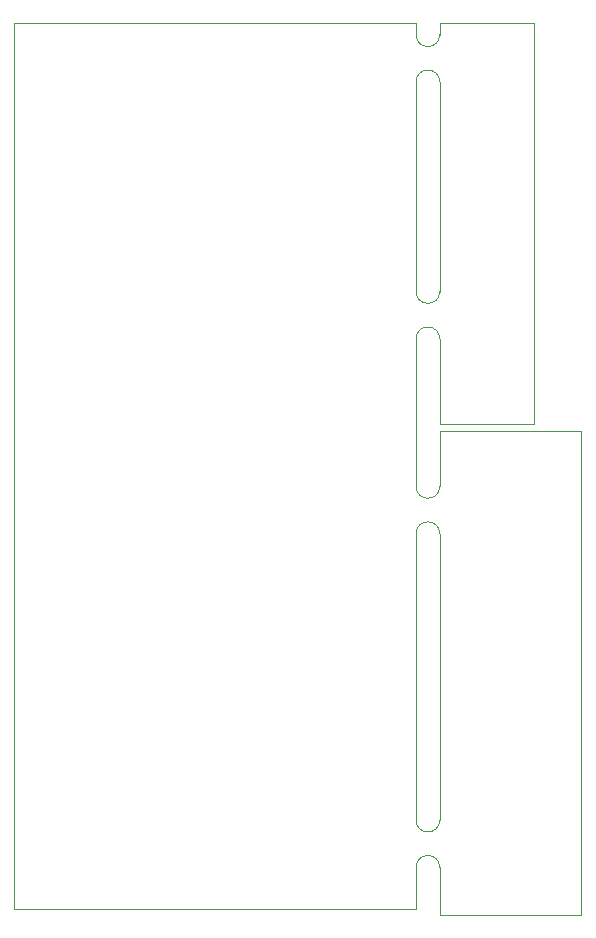
<source format=gbr>
%TF.GenerationSoftware,KiCad,Pcbnew,9.0.4*%
%TF.CreationDate,2025-12-16T11:42:33-05:00*%
%TF.ProjectId,TARS,54415253-2e6b-4696-9361-645f70636258,rev?*%
%TF.SameCoordinates,Original*%
%TF.FileFunction,Profile,NP*%
%FSLAX46Y46*%
G04 Gerber Fmt 4.6, Leading zero omitted, Abs format (unit mm)*
G04 Created by KiCad (PCBNEW 9.0.4) date 2025-12-16 11:42:33*
%MOMM*%
%LPD*%
G01*
G04 APERTURE LIST*
%TA.AperFunction,Profile*%
%ADD10C,0.050000*%
%TD*%
G04 APERTURE END LIST*
D10*
X163750000Y-80750000D02*
X163750000Y-81750000D01*
X163750000Y-91750000D02*
X163750000Y-85750000D01*
X165750000Y-144926000D02*
X165750000Y-148250000D01*
X129750000Y-80750000D02*
X129750000Y-155750000D01*
X165750000Y-144926000D02*
X165750000Y-126601000D01*
X163750000Y-85750000D02*
G75*
G02*
X165750000Y-85750000I1000000J0D01*
G01*
X165750000Y-103500000D02*
G75*
G02*
X163750000Y-103500000I-1000000J0D01*
G01*
X165750000Y-115316000D02*
X177750000Y-115316000D01*
X165750000Y-114750000D02*
X173751000Y-114750000D01*
X163750000Y-154700000D02*
X163750000Y-155750000D01*
X163750000Y-115775000D02*
X163750000Y-113475000D01*
X165750000Y-120000000D02*
G75*
G02*
X163750000Y-120000000I-1000000J0D01*
G01*
X177750000Y-115316000D02*
X177750000Y-156316000D01*
X163750000Y-103500000D02*
X163750000Y-91750000D01*
X165750000Y-81750000D02*
X165750000Y-80750000D01*
X163750000Y-115775000D02*
X163750000Y-120000000D01*
X173751000Y-80750000D02*
X173751000Y-114750000D01*
X165750000Y-92251000D02*
X165750000Y-103500000D01*
X163750000Y-126075000D02*
X163750000Y-124000000D01*
X165750000Y-92251000D02*
X165750000Y-85750000D01*
X165750000Y-114001000D02*
X165750000Y-114750000D01*
X163750000Y-154700000D02*
X163750000Y-152250000D01*
X165750000Y-155226000D02*
X165750000Y-152250000D01*
X173751000Y-80750000D02*
X165751000Y-80750000D01*
X165750000Y-126601000D02*
X165750000Y-124000000D01*
X163750000Y-152250000D02*
G75*
G02*
X165750000Y-152250000I1000000J0D01*
G01*
X165750000Y-120000000D02*
X165750000Y-116301000D01*
X163750000Y-80750000D02*
X129750000Y-80750000D01*
X165750000Y-81750000D02*
G75*
G02*
X163750000Y-81750000I-1000000J0D01*
G01*
X163750000Y-144400000D02*
X163750000Y-148250000D01*
X165750000Y-114001000D02*
X165750000Y-107500000D01*
X163750000Y-124000000D02*
G75*
G02*
X165750000Y-124000000I1000000J0D01*
G01*
X177750000Y-156316000D02*
X165750000Y-156316000D01*
X165750000Y-116301000D02*
X165750000Y-115316000D01*
X163750000Y-144400000D02*
X163750000Y-126075000D01*
X163750000Y-113475000D02*
X163750000Y-107500000D01*
X163750000Y-107500000D02*
G75*
G02*
X165750000Y-107500000I1000000J0D01*
G01*
X165750000Y-156316000D02*
X165750000Y-155226000D01*
X129750000Y-155750000D02*
X163750000Y-155750000D01*
X165750000Y-148250000D02*
G75*
G02*
X163750000Y-148250000I-1000000J0D01*
G01*
M02*

</source>
